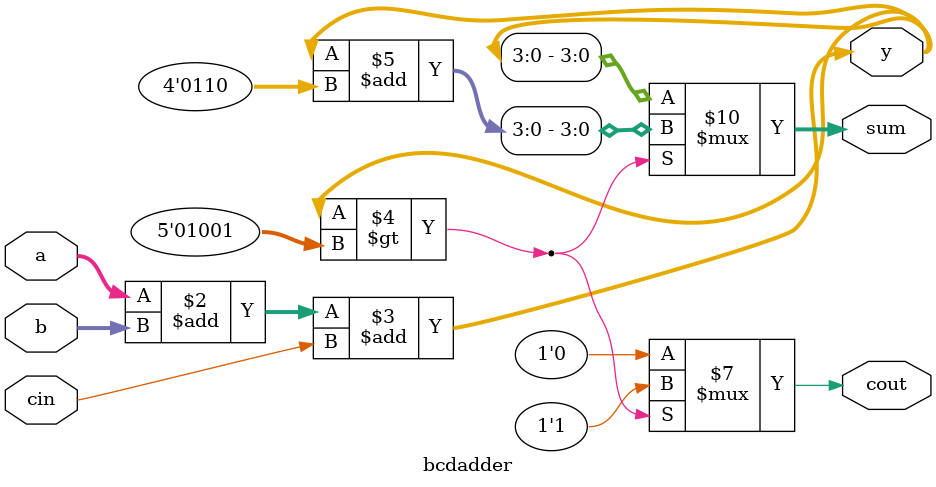
<source format=v>
`timescale 1ns / 1ps


module bcdadder(
input [3:0]a,b,
input cin,
output reg [3:0] sum,
output reg cout,
output reg[4:0] y );

always @(*)
begin
y=a+b+cin;

if (y>5'b01001)
begin
sum = y + 4'b0110;
cout=1;
end
else
begin
sum=y;
cout=0;
end
end

endmodule


</source>
